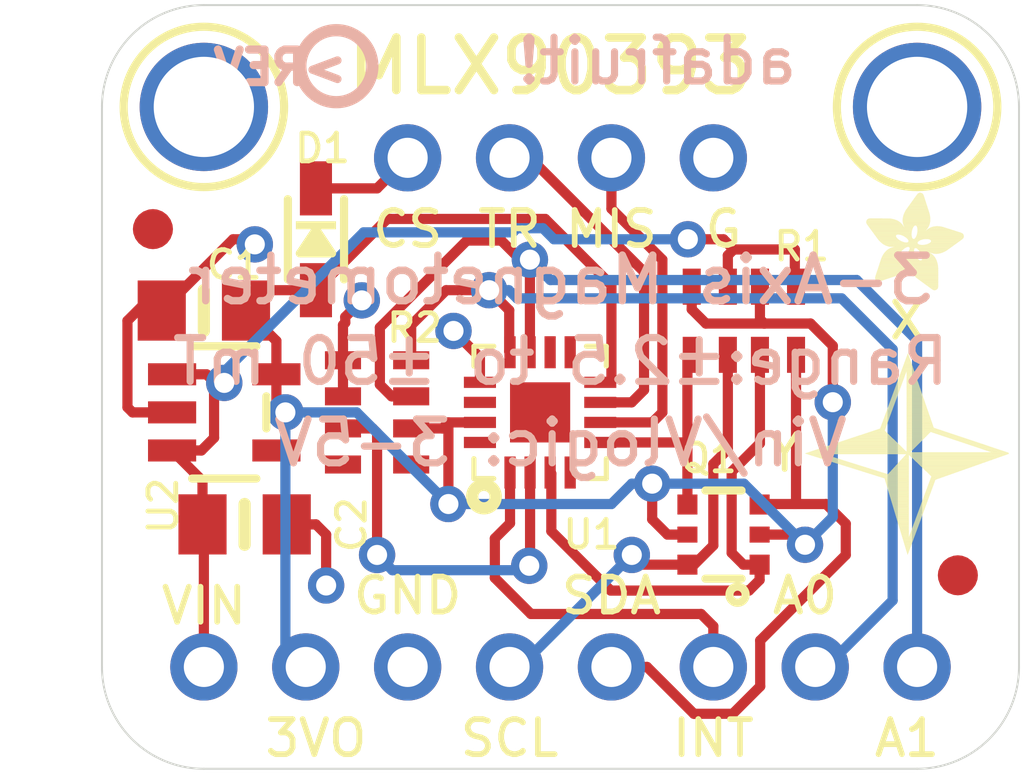
<source format=kicad_pcb>
(kicad_pcb (version 20211014) (generator pcbnew)
  (layers (0 "F.Cu" signal) (31 "B.Cu" signal) (34 "B.Paste" user) (35 "F.Paste" user) (36 "B.SilkS" user "B.Silkscreen") (37 "F.SilkS" user "F.Silkscreen") (38 "B.Mask" user) (39 "F.Mask" user) (44 "Edge.Cuts" user))
  (net 0 "")
  (net 1 "A0_3V")
  (net 2 "A1_3V")
  (net 3 "GND")
  (net 4 "3.3V")
  (net 5 "SENB_3V")
  (net 6 "MISO_3V")
  (net 7 "SDA_3V")
  (net 8 "SCL_3V")
  (net 9 "INT_3V")
  (net 10 "INT/TRIG_3V")
  (net 11 "VIN")
  (net 12 "SDA")
  (net 13 "SCL")
  (net 14 "SENB")
  (footprint "boardEagle:RESPACK_4X0603_NO" (layer "F.Cu") (at 153.0731 103.3526)
    (fp_text reference "R1" (at 0.686 -1.854) (layer "F.SilkS") (effects (font (size 0.692831 0.692831) (thickness 0.119969)) (justify left)))
    (fp_text value "10K")
    (pad "1" smd rect (at -1.3 0.85) (size 0.45 0.9) (layers "F.Cu" "F.Paste" "F.Mask") (net 7 "SDA_3V"))
    (pad "2" smd rect (at -0.4 0.85) (size 0.45 0.9) (layers "F.Cu" "F.Paste" "F.Mask") (net 13 "SCL"))
    (pad "3" smd rect (at 0.4 0.85) (size 0.45 0.9) (layers "F.Cu" "F.Paste" "F.Mask") (net 8 "SCL_3V"))
    (pad "4" smd rect (at 1.3 0.85) (size 0.45 0.9) (layers "F.Cu" "F.Paste" "F.Mask") (net 12 "SDA"))
    (pad "5" smd rect (at 1.3 -0.85) (size 0.45 0.9) (layers "F.Cu" "F.Paste" "F.Mask") (net 11 "VIN"))
    (pad "6" smd rect (at 0.4 -0.85) (size 0.45 0.9) (layers "F.Cu" "F.Paste" "F.Mask") (net 4 "3.3V"))
    (pad "7" smd rect (at -0.4 -0.85) (size 0.45 0.9) (layers "F.Cu" "F.Paste" "F.Mask") (net 11 "VIN"))
    (pad "8" smd rect (at -1.3 -0.85) (size 0.45 0.9) (layers "F.Cu" "F.Paste" "F.Mask") (net 4 "3.3V"))
  )
  (footprint "boardEagle:RESPACK_4X0603_NO" (layer "F.Cu") (at 143.9291 105.6386 -90)
    (fp_text reference "R2" (at -2.108 -0.178) (layer "F.SilkS") (effects (font (size 0.692831 0.692831) (thickness 0.119969)) (justify left)))
    (fp_text value "10K")
    (pad "1" smd rect (at -1.3 0.85 270) (size 0.45 0.9) (layers "F.Cu" "F.Paste" "F.Mask") (net 3 "GND"))
    (pad "2" smd rect (at -0.4 0.85 270) (size 0.45 0.9) (layers "F.Cu" "F.Paste" "F.Mask") (net 3 "GND"))
    (pad "3" smd rect (at 0.4 0.85 270) (size 0.45 0.9) (layers "F.Cu" "F.Paste" "F.Mask") (net 5 "SENB_3V"))
    (pad "4" smd rect (at 1.3 0.85 270) (size 0.45 0.9) (layers "F.Cu" "F.Paste" "F.Mask"))
    (pad "5" smd rect (at 1.3 -0.85 270) (size 0.45 0.9) (layers "F.Cu" "F.Paste" "F.Mask"))
    (pad "6" smd rect (at 0.4 -0.85 270) (size 0.45 0.9) (layers "F.Cu" "F.Paste" "F.Mask") (net 4 "3.3V"))
    (pad "7" smd rect (at -0.4 -0.85 270) (size 0.45 0.9) (layers "F.Cu" "F.Paste" "F.Mask") (net 2 "A1_3V"))
    (pad "8" smd rect (at -1.3 -0.85 270) (size 0.45 0.9) (layers "F.Cu" "F.Paste" "F.Mask") (net 1 "A0_3V"))
  )
  (footprint "boardEagle:MOUNTINGHOLE_2.5_PLATED" (layer "F.Cu") (at 139.6111 98.0186)
    (fp_text reference "U$19" hide)
    (fp_text value "MOUNTINGHOLE2.5" hide)
    (pad "P$1" thru_hole circle (at 0 0) (size 3.2 3.2) (drill 2.5) (layers *.Cu *.Mask))
  )
  (footprint "boardEagle:ADAFRUIT_2.5MM" (layer "F.Cu") (at 156.1211 102.5906)
    (fp_text reference "U$21" hide)
    (fp_text value "" hide)
  )
  (footprint "boardEagle:QFN16_3MM" (layer "F.Cu") (at 147.9931 105.6386 90)
    (fp_text reference "U1" (at -3.048 0.508) (layer "F.SilkS") (effects (font (size 0.692831 0.692831) (thickness 0.119969)) (justify left)))
    (fp_text value "MLX90393")
    (pad "1" smd rect (at -1.5 -0.75 90) (size 0.8 0.28) (layers "F.Cu" "F.Paste") (net 9 "INT_3V"))
    (pad "2" smd rect (at -1.5 -0.25 90) (size 0.8 0.28) (layers "F.Cu" "F.Paste") (net 5 "SENB_3V"))
    (pad "3" smd rect (at -1.5 0.25 90) (size 0.8 0.28) (layers "F.Cu" "F.Paste") (net 8 "SCL_3V"))
    (pad "4" smd rect (at -1.5 0.75 90) (size 0.8 0.28) (layers "F.Cu" "F.Paste"))
    (pad "5" smd rect (at -0.75 1.5 180) (size 0.8 0.28) (layers "F.Cu" "F.Paste") (net 7 "SDA_3V"))
    (pad "6" smd rect (at -0.25 1.5 180) (size 0.8 0.28) (layers "F.Cu" "F.Paste") (net 6 "MISO_3V"))
    (pad "7" smd rect (at 0.25 1.5 180) (size 0.8 0.28) (layers "F.Cu" "F.Paste") (net 10 "INT/TRIG_3V"))
    (pad "8" smd rect (at 0.75 1.5 180) (size 0.8 0.28) (layers "F.Cu" "F.Paste") (net 4 "3.3V"))
    (pad "9" smd rect (at 1.5 0.75 270) (size 0.8 0.28) (layers "F.Cu" "F.Paste"))
    (pad "10" smd rect (at 1.5 0.25 270) (size 0.8 0.28) (layers "F.Cu" "F.Paste"))
    (pad "11" smd rect (at 1.5 -0.25 270) (size 0.8 0.28) (layers "F.Cu" "F.Paste") (net 2 "A1_3V"))
    (pad "12" smd rect (at 1.5 -0.75 270) (size 0.8 0.28) (layers "F.Cu" "F.Paste") (net 1 "A0_3V"))
    (pad "13" smd rect (at 0.75 -1.5) (size 0.8 0.28) (layers "F.Cu" "F.Paste") (net 3 "GND"))
    (pad "14" smd rect (at 0.25 -1.5) (size 0.8 0.28) (layers "F.Cu" "F.Paste"))
    (pad "15" smd rect (at -0.25 -1.5) (size 0.8 0.28) (layers "F.Cu" "F.Paste") (net 4 "3.3V"))
    (pad "16" smd rect (at -0.75 -1.5) (size 0.8 0.28) (layers "F.Cu" "F.Paste"))
    (pad "THERMAL" smd rect (at 0 0 90) (size 1.5 1.5) (layers "F.Cu" "F.Mask"))
  )
  (footprint "boardEagle:0805_10MGAP" (layer "F.Cu") (at 139.6111 103.0986 180)
    (fp_text reference "C1" (at 0 1.143) (layer "F.SilkS") (effects (font (size 0.692831 0.692831) (thickness 0.119969)) (justify left)))
    (fp_text value "10uf")
    (pad "1" smd rect (at -1.05 0 180) (size 1.2 1.5) (layers "F.Cu" "F.Paste" "F.Mask") (net 4 "3.3V"))
    (pad "2" smd rect (at 1.05 0 180) (size 1.2 1.5) (layers "F.Cu" "F.Paste" "F.Mask") (net 3 "GND"))
  )
  (footprint "boardEagle:1X08_ROUND" (layer "F.Cu") (at 148.5011 111.9886)
    (fp_text reference "JP3" hide)
    (fp_text value "H8" hide)
    (pad "1" thru_hole circle (at -8.89 0 90) (size 1.6764 1.6764) (drill 1) (layers *.Cu *.Mask) (net 11 "VIN"))
    (pad "2" thru_hole circle (at -6.35 0 90) (size 1.6764 1.6764) (drill 1) (layers *.Cu *.Mask) (net 4 "3.3V"))
    (pad "3" thru_hole circle (at -3.81 0 90) (size 1.6764 1.6764) (drill 1) (layers *.Cu *.Mask) (net 3 "GND"))
    (pad "4" thru_hole circle (at -1.27 0 90) (size 1.6764 1.6764) (drill 1) (layers *.Cu *.Mask) (net 13 "SCL"))
    (pad "5" thru_hole circle (at 1.27 0 90) (size 1.6764 1.6764) (drill 1) (layers *.Cu *.Mask) (net 12 "SDA"))
    (pad "6" thru_hole circle (at 3.81 0 90) (size 1.6764 1.6764) (drill 1) (layers *.Cu *.Mask) (net 9 "INT_3V"))
    (pad "7" thru_hole circle (at 6.35 0 90) (size 1.6764 1.6764) (drill 1) (layers *.Cu *.Mask) (net 1 "A0_3V"))
    (pad "8" thru_hole circle (at 8.89 0 90) (size 1.6764 1.6764) (drill 1) (layers *.Cu *.Mask) (net 2 "A1_3V"))
  )
  (footprint "boardEagle:FIDUCIAL_1MM" (layer "F.Cu") (at 158.4071 109.7026)
    (fp_text reference "FID3" hide)
    (fp_text value "FIDUCIAL_1MM" hide)
    (pad "1" smd roundrect (at 0 0) (size 1 1) (layers "F.Cu" "F.Mask") (roundrect_rratio 0.5))
  )
  (footprint "boardEagle:0805_10MGAP" (layer "F.Cu") (at 140.6271 108.4326)
    (fp_text reference "C2" (at 2.667 0.762 90) (layer "F.SilkS") (effects (font (size 0.692831 0.692831) (thickness 0.119969)) (justify left)))
    (fp_text value "10uF")
    (pad "1" smd rect (at -1.05 0) (size 1.2 1.5) (layers "F.Cu" "F.Paste" "F.Mask") (net 11 "VIN"))
    (pad "2" smd rect (at 1.05 0) (size 1.2 1.5) (layers "F.Cu" "F.Paste" "F.Mask") (net 3 "GND"))
  )
  (footprint "boardEagle:SOT23-5" (layer "F.Cu") (at 140.1191 105.6386 -90)
    (fp_text reference "U2" (at 3.102 1.524 90) (layer "F.SilkS") (effects (font (size 0.692831 0.692831) (thickness 0.119969)) (justify left)))
    (fp_text value "AP2112K-3.3")
    (pad "1" smd rect (at -0.95 1.3001 270) (size 0.55 1.2) (layers "F.Cu" "F.Paste" "F.Mask") (net 11 "VIN"))
    (pad "2" smd rect (at 0 1.3001 270) (size 0.55 1.2) (layers "F.Cu" "F.Paste" "F.Mask") (net 3 "GND"))
    (pad "3" smd rect (at 0.95 1.3001 270) (size 0.55 1.2) (layers "F.Cu" "F.Paste" "F.Mask") (net 11 "VIN"))
    (pad "4" smd rect (at 0.95 -1.3001 270) (size 0.55 1.2) (layers "F.Cu" "F.Paste" "F.Mask"))
    (pad "5" smd rect (at -0.95 -1.3001 270) (size 0.55 1.2) (layers "F.Cu" "F.Paste" "F.Mask") (net 4 "3.3V"))
  )
  (footprint "boardEagle:SOD-323" (layer "F.Cu") (at 142.4051 101.3206 -90)
    (fp_text reference "D1" (at -2.27 0.592) (layer "F.SilkS") (effects (font (size 0.692831 0.692831) (thickness 0.119969)) (justify left)))
    (fp_text value "1N4148")
    (pad "A" smd rect (at 1.27 0 270) (size 1.35 0.8) (layers "F.Cu" "F.Paste" "F.Mask") (net 4 "3.3V"))
    (pad "C" smd rect (at -1.27 0 270) (size 1.35 0.8) (layers "F.Cu" "F.Paste" "F.Mask") (net 14 "SENB"))
  )
  (footprint "boardEagle:SYMBOL_COMPASSXY_5MM" (layer "F.Cu") (at 154.5971 109.1946)
    (fp_text reference "U$3" hide)
    (fp_text value "" hide)
  )
  (footprint "boardEagle:SOT363" (layer "F.Cu") (at 152.5651 108.6866 90)
    (fp_text reference "Q1" (at 1.905 -1.143) (layer "F.SilkS") (effects (font (size 0.692831 0.692831) (thickness 0.119969)) (justify left)))
    (fp_text value "BSS138")
    (pad "1" smd rect (at -0.75 0.9 90) (size 0.5 0.5) (layers "F.Cu" "F.Paste" "F.Mask") (net 8 "SCL_3V"))
    (pad "2" smd rect (at 0 0.9 90) (size 0.4 0.5) (layers "F.Cu" "F.Paste" "F.Mask") (net 4 "3.3V"))
    (pad "3" smd rect (at 0.75 0.9 90) (size 0.5 0.5) (layers "F.Cu" "F.Paste" "F.Mask") (net 12 "SDA"))
    (pad "4" smd rect (at 0.75 -0.9 90) (size 0.5 0.5) (layers "F.Cu" "F.Paste" "F.Mask") (net 7 "SDA_3V"))
    (pad "5" smd rect (at 0 -0.9 90) (size 0.4 0.5) (layers "F.Cu" "F.Paste" "F.Mask") (net 4 "3.3V"))
    (pad "6" smd rect (at -0.75 -0.9 90) (size 0.5 0.5) (layers "F.Cu" "F.Paste" "F.Mask") (net 13 "SCL"))
  )
  (footprint "boardEagle:1X04_ROUND" (layer "F.Cu") (at 148.5011 99.2886)
    (fp_text reference "JP2" hide)
    (fp_text value "H3" hide)
    (pad "1" thru_hole circle (at -3.81 0 90) (size 1.6764 1.6764) (drill 1) (layers *.Cu *.Mask) (net 14 "SENB"))
    (pad "2" thru_hole circle (at -1.27 0 90) (size 1.6764 1.6764) (drill 1) (layers *.Cu *.Mask) (net 10 "INT/TRIG_3V"))
    (pad "3" thru_hole circle (at 1.27 0 90) (size 1.6764 1.6764) (drill 1) (layers *.Cu *.Mask) (net 6 "MISO_3V"))
    (pad "4" thru_hole circle (at 3.81 0 90) (size 1.6764 1.6764) (drill 1) (layers *.Cu *.Mask) (net 3 "GND"))
  )
  (footprint "boardEagle:MOUNTINGHOLE_2.5_PLATED" (layer "F.Cu") (at 157.3911 98.0186)
    (fp_text reference "U$23" hide)
    (fp_text value "MOUNTINGHOLE2.5" hide)
    (pad "P$1" thru_hole circle (at 0 0) (size 3.2 3.2) (drill 2.5) (layers *.Cu *.Mask))
  )
  (footprint "boardEagle:FIDUCIAL_1MM" (layer "F.Cu") (at 138.3411 101.0666)
    (fp_text reference "FID1" hide)
    (fp_text value "FIDUCIAL_1MM" hide)
    (pad "1" smd roundrect (at 0 0) (size 1 1) (layers "F.Cu" "F.Mask") (roundrect_rratio 0.5))
  )
  (footprint "boardEagle:PCBFEAT-REV-040" (layer "B.Cu") (at 142.9131 97.0026 180)
    (fp_text reference "U$18" hide)
    (fp_text value "" hide)
    (fp_text user ">REV" (at -0.3556 -0.508) (layer "B.SilkS") (effects (font (size 0.8128 0.8128) (thickness 0.2032)) (justify left bottom mirror)))
  )
  (gr_line (start 159.9311 98.0186) (end 159.9311 111.9886) (layer "Edge.Cuts") (width 0.05))
  (gr_arc (start 137.0711 98.0186) (mid 137.815049 96.222549) (end 139.6111 95.4786) (layer "Edge.Cuts") (width 0.05))
  (gr_line (start 139.6111 95.4786) (end 157.3911 95.4786) (layer "Edge.Cuts") (width 0.05))
  (gr_arc (start 157.3911 95.4786) (mid 159.187151 96.222549) (end 159.9311 98.0186) (layer "Edge.Cuts") (width 0.05))
  (gr_arc (start 159.9311 111.9886) (mid 159.187151 113.784651) (end 157.3911 114.5286) (layer "Edge.Cuts") (width 0.05))
  (gr_line (start 157.3911 114.5286) (end 139.6111 114.5286) (layer "Edge.Cuts") (width 0.05))
  (gr_line (start 137.0711 111.9886) (end 137.0711 98.0186) (layer "Edge.Cuts") (width 0.05))
  (gr_arc (start 139.6111 114.5286) (mid 137.815049 113.784651) (end 137.0711 111.9886) (layer "Edge.Cuts") (width 0.05))
  (gr_text "Range:±2.5 to ±50 mT" (at 148.5011 104.3686) (layer "B.SilkS") (effects (font (size 1.0922 1.0922) (thickness 0.1778)) (justify mirror)))
  (gr_text "3-Axis Magnetometer" (at 148.5011 102.3366) (layer "B.SilkS") (effects (font (size 1.135888 1.135888) (thickness 0.184912)) (justify mirror)))
  (gr_text "adafruit!" (at 150.9141 96.8756) (layer "B.SilkS") (effects (font (size 1.0922 1.0922) (thickness 0.1778)) (justify mirror)))
  (gr_text "Vin/Vlogic: 3-5V" (at 148.5011 106.4006) (layer "B.SilkS") (effects (font (size 1.0922 1.0922) (thickness 0.1778)) (justify mirror)))
  (gr_text "Y" (at 154.0891 106.6546) (layer "F.SilkS") (effects (font (size 0.87376 0.87376) (thickness 0.14224))))
  (gr_text "VIN" (at 139.6111 110.4646) (layer "F.SilkS") (effects (font (size 0.87376 0.87376) (thickness 0.14224))))
  (gr_text "A1" (at 157.1371 113.7666) (layer "F.SilkS") (effects (font (size 0.87376 0.87376) (thickness 0.14224))))
  (gr_text "SCL" (at 147.2311 113.7666) (layer "F.SilkS") (effects (font (size 0.87376 0.87376) (thickness 0.14224))))
  (gr_text "3VO" (at 142.4051 113.7666) (layer "F.SilkS") (effects (font (size 0.87376 0.87376) (thickness 0.14224))))
  (gr_text "TR" (at 147.2311 101.0666) (layer "F.SilkS") (effects (font (size 0.87376 0.87376) (thickness 0.14224))))
  (gr_text "G" (at 152.5651 101.0666) (layer "F.SilkS") (effects (font (size 0.87376 0.87376) (thickness 0.14224))))
  (gr_text "GND" (at 144.6911 110.2106) (layer "F.SilkS") (effects (font (size 0.87376 0.87376) (thickness 0.14224))))
  (gr_text "MIS" (at 149.7711 101.0666) (layer "F.SilkS") (effects (font (size 0.87376 0.87376) (thickness 0.14224))))
  (gr_text "INT" (at 152.3111 113.7666) (layer "F.SilkS") (effects (font (size 0.87376 0.87376) (thickness 0.14224))))
  (gr_text "MLX90393" (at 148.2471 97.0026) (layer "F.SilkS") (effects (font (size 1.31064 1.31064) (thickness 0.21336))))
  (gr_text "SDA" (at 149.7711 110.2106) (layer "F.SilkS") (effects (font (size 0.87376 0.87376) (thickness 0.14224))))
  (gr_text "X" (at 157.1371 103.3526) (layer "F.SilkS") (effects (font (size 0.87376 0.87376) (thickness 0.14224))))
  (gr_text "CS" (at 144.6911 101.0666) (layer "F.SilkS") (effects (font (size 0.87376 0.87376) (thickness 0.14224))))
  (gr_text "A0" (at 154.5971 110.2106) (layer "F.SilkS") (effects (font (size 0.87376 0.87376) (thickness 0.14224))))
  (segment (start 146.7231 102.5906) (end 145.650706 102.5906) (width 0.254) (layer "F.Cu") (net 1))
  (segment (start 145.650706 102.5906) (end 144.7791 103.462207) (width 0.254) (layer "F.Cu") (net 1))
  (segment (start 147.222734 103.090235) (end 147.222734 104.118235) (width 0.254) (layer "F.Cu") (net 1))
  (segment (start 147.222734 103.090235) (end 146.7231 102.5906) (width 0.254) (layer "F.Cu") (net 1))
  (segment (start 147.2431 104.1386) (end 147.222734 104.118235) (width 0.254) (layer "F.Cu") (net 1))
  (segment (start 144.7791 104.3386) (end 144.7791 103.462207) (width 0.254) (layer "F.Cu") (net 1))
  (via (at 146.7231 102.5906) (size 0.9064) (drill 0.5) (layers "F.Cu" "B.Cu") (net 1))
  (segment (start 156.7815 110.328932) (end 155.121831 111.9886) (width 0.254) (layer "B.Cu") (net 1))
  (segment (start 147.417568 102.7938) (end 147.214368 102.5906) (width 0.254) (layer "B.Cu") (net 1))
  (segment (start 154.8511 111.9886) (end 155.121831 111.9886) (width 0.254) (layer "B.Cu") (net 1))
  (segment (start 147.214368 102.5906) (end 146.7231 102.5906) (width 0.254) (layer "B.Cu") (net 1))
  (segment (start 155.509181 102.7938) (end 147.417568 102.7938) (width 0.254) (layer "B.Cu") (net 1))
  (segment (start 156.7815 104.066119) (end 155.509181 102.7938) (width 0.254) (layer "B.Cu") (net 1))
  (segment (start 156.7815 104.066119) (end 156.7815 110.328932) (width 0.254) (layer "B.Cu") (net 1))
  (segment (start 147.7391 101.8286) (end 147.501831 101.8286) (width 0.254) (layer "F.Cu") (net 2))
  (segment (start 146.166618 101.35235) (end 143.9989 103.520069) (width 0.254) (layer "F.Cu") (net 2))
  (segment (start 144.2911 105.2386) (end 143.9989 104.9464) (width 0.254) (layer "F.Cu") (net 2))
  (segment (start 147.7391 104.1346) (end 147.7431 104.1386) (width 0.254) (layer "F.Cu") (net 2))
  (segment (start 144.7791 105.2386) (end 144.2911 105.2386) (width 0.254) (layer "F.Cu") (net 2))
  (segment (start 143.9989 103.520069) (end 143.9989 104.9464) (width 0.254) (layer "F.Cu") (net 2))
  (segment (start 147.7391 101.8286) (end 147.7391 104.1346) (width 0.254) (layer "F.Cu") (net 2))
  (segment (start 147.025581 101.35235) (end 146.166618 101.35235) (width 0.254) (layer "F.Cu") (net 2))
  (segment (start 147.501831 101.8286) (end 147.025581 101.35235) (width 0.254) (layer "F.Cu") (net 2))
  (via (at 147.7391 101.8286) (size 0.9064) (drill 0.5) (layers "F.Cu" "B.Cu") (net 2))
  (segment (start 155.883831 102.3366) (end 148.2471 102.3366) (width 0.254) (layer "B.Cu") (net 2))
  (segment (start 157.3911 103.843869) (end 155.883831 102.3366) (width 0.254) (layer "B.Cu") (net 2))
  (segment (start 157.3911 111.9886) (end 157.3911 103.843869) (width 0.254) (layer "B.Cu") (net 2))
  (segment (start 148.2471 102.3366) (end 147.7391 101.8286) (width 0.254) (layer "B.Cu") (net 2))
  (segment (start 137.7061 105.5116) (end 137.7061 103.3526) (width 0.254) (layer "F.Cu") (net 3))
  (segment (start 143.0791 104.3386) (end 143.0791 103.458575) (width 0.254) (layer "F.Cu") (net 3))
  (segment (start 146.4931 104.2656) (end 145.8341 103.6066) (width 0.254) (layer "F.Cu") (net 3))
  (segment (start 137.7061 103.3526) (end 138.0871 102.9716) (width 0.254) (layer "F.Cu") (net 3))
  (segment (start 140.8811 101.3206) (end 140.8811 101.4476) (width 0.254) (layer "F.Cu") (net 3))
  (segment (start 138.2141 103.0986) (end 138.5611 103.0986) (width 0.254) (layer "F.Cu") (net 3))
  (segment (start 138.0871 102.9716) (end 138.2141 103.0986) (width 0.254) (layer "F.Cu") (net 3))
  (segment (start 143.1353 103.402375) (end 143.1353 103.2574) (width 0.254) (layer "F.Cu") (net 3))
  (segment (start 138.5611 103.3186) (end 138.5611 103.0986) (width 0.254) (layer "F.Cu") (net 3))
  (segment (start 137.8331 105.6386) (end 137.7061 105.5116) (width 0.254) (layer "F.Cu") (net 3))
  (segment (start 143.5481 102.8446) (end 143.1353 103.2574) (width 0.254) (layer "F.Cu") (net 3))
  (segment (start 146.4931 104.2656) (end 146.4931 104.8886) (width 0.254) (layer "F.Cu") (net 3))
  (segment (start 142.4051 108.4326) (end 141.6771 108.4326) (width 0.254) (layer "F.Cu") (net 3))
  (segment (start 140.8811 101.3206) (end 140.3391 101.3206) (width 0.254) (layer "F.Cu") (net 3))
  (segment (start 143.0791 103.458575) (end 143.1353 103.402375) (width 0.254) (layer "F.Cu") (net 3))
  (segment (start 143.0791 105.2386) (end 143.0791 104.3386) (width 0.254) (layer "F.Cu") (net 3))
  (segment (start 140.3391 101.3206) (end 138.5611 103.0986) (width 0.254) (layer "F.Cu") (net 3))
  (segment (start 138.819 105.6386) (end 137.8331 105.6386) (width 0.254) (layer "F.Cu") (net 3))
  (segment (start 142.6591 109.9566) (end 142.6591 108.6866) (width 0.254) (layer "F.Cu") (net 3))
  (segment (start 142.6591 108.6866) (end 142.4051 108.4326) (width 0.254) (layer "F.Cu") (net 3))
  (via (at 145.8341 103.6066) (size 0.9064) (drill 0.5) (layers "F.Cu" "B.Cu") (net 3))
  (via (at 140.8811 101.4476) (size 0.9064) (drill 0.5) (layers "F.Cu" "B.Cu") (net 3))
  (via (at 143.5481 102.8446) (size 0.9064) (drill 0.5) (layers "F.Cu" "B.Cu") (net 3))
  (via (at 142.6591 109.9566) (size 0.9064) (drill 0.5) (layers "F.Cu" "B.Cu") (net 3))
  (segment (start 149.4931 104.8886) (end 149.7471 104.8886) (width 0.254) (layer "F.Cu") (net 4))
  (segment (start 154.4811 108.9406) (end 154.2271 108.6866) (width 0.254) (layer "F.Cu") (net 4))
  (segment (start 154.734875 103.4224) (end 153.5811 103.4224) (width 0.254) (layer "F.Cu") (net 4))
  (segment (start 145.7111 105.8886) (end 146.4931 105.8886) (width 0.254) (layer "F.Cu") (net 4))
  (segment (start 145.7071 107.9246) (end 145.7071 105.8926) (width 0.254) (layer "F.Cu") (net 4))
  (segment (start 141.4192 103.8567) (end 140.6611 103.0986) (width 0.254) (layer "F.Cu") (net 4))
  (segment (start 152.1269 103.4224) (end 151.7731 103.0686) (width 0.254) (layer "F.Cu") (net 4))
  (segment (start 151.6651 108.6866) (end 151.1681 108.6866) (width 0.254) (layer "F.Cu") (net 4))
  (segment (start 153.5811 103.4224) (end 152.1269 103.4224) (width 0.254) (layer "F.Cu") (net 4))
  (segment (start 149.7711 104.8646) (end 149.7471 104.8886) (width 0.254) (layer "F.Cu") (net 4))
  (segment (start 144.7791 106.0386) (end 145.5611 106.0386) (width 0.254) (layer "F.Cu") (net 4))
  (segment (start 149.7711 104.8646) (end 149.7711 102.4636) (width 0.254) (layer "F.Cu") (net 4))
  (segment (start 141.6431 105.6386) (end 141.4192 105.4147) (width 0.254) (layer "F.Cu") (net 4))
  (segment (start 142.4051 102.5906) (end 141.1691 102.5906) (width 0.254) (layer "F.Cu") (net 4))
  (segment (start 151.7731 103.0686) (end 151.7731 102.5026) (width 0.254) (layer "F.Cu") (net 4))
  (segment (start 145.7071 105.8926) (end 145.7111 105.8886) (width 0.254) (layer "F.Cu") (net 4))
  (segment (start 144.1831 100.8126) (end 142.4051 102.5906) (width 0.254) (layer "F.Cu") (net 4))
  (segment (start 153.4731 102.5026) (end 153.4731 103.3144) (width 0.254) (layer "F.Cu") (net 4))
  (segment (start 141.4192 105.4147) (end 141.4192 104.6886) (width 0.254) (layer "F.Cu") (net 4))
  (segment (start 145.5611 106.0386) (end 145.7071 105.8926) (width 0.254) (layer "F.Cu") (net 4))
  (segment (start 149.7711 102.4636) (end 148.1201 100.8126) (width 0.254) (layer "F.Cu") (net 4))
  (segment (start 153.4731 103.3144) (end 153.5811 103.4224) (width 0.254) (layer "F.Cu") (net 4))
  (segment (start 154.5971 108.9406) (end 154.4811 108.9406) (width 0.254) (layer "F.Cu") (net 4))
  (segment (start 141.1691 102.5906) (end 140.6611 103.0986) (width 0.254) (layer "F.Cu") (net 4))
  (segment (start 150.7871 107.4166) (end 150.7871 108.3056) (width 0.254) (layer "F.Cu") (net 4))
  (segment (start 151.1681 108.6866) (end 150.7871 108.3056) (width 0.254) (layer "F.Cu") (net 4))
  (segment (start 155.28925 103.976775) (end 155.28925 105.3846) (width 0.254) (layer "F.Cu") (net 4))
  (segment (start 141.4192 104.6886) (end 141.4192 103.8567) (width 0.254) (layer "F.Cu") (net 4))
  (segment (start 148.1201 100.8126) (end 144.1831 100.8126) (width 0.254) (layer "F.Cu") (net 4))
  (segment (start 155.28925 103.976775) (end 154.734875 103.4224) (width 0.254) (layer "F.Cu") (net 4))
  (segment (start 153.4651 108.6866) (end 154.2271 108.6866) (width 0.254) (layer "F.Cu") (net 4))
  (via (at 145.7071 107.9246) (size 0.9064) (drill 0.5) (layers "F.Cu" "B.Cu") (net 4))
  (via (at 155.28925 105.3846) (size 0.9064) (drill 0.5) (layers "F.Cu" "B.Cu") (net 4))
  (via (at 141.6431 105.6386) (size 0.9064) (drill 0.5) (layers "F.Cu" "B.Cu") (net 4))
  (via (at 150.7871 107.4166) (size 0.9064) (drill 0.5) (layers "F.Cu" "B.Cu") (net 4))
  (via (at 154.5971 108.9406) (size 0.9064) (drill 0.5) (layers "F.Cu" "B.Cu") (net 4))
  (segment (start 155.28925 105.3846) (end 155.28925 108.24845) (width 0.254) (layer "B.Cu") (net 4))
  (segment (start 153.0731 107.4166) (end 150.7871 107.4166) (width 0.254) (layer "B.Cu") (net 4))
  (segment (start 150.7871 107.4166) (end 150.2791 107.4166) (width 0.254) (layer "B.Cu") (net 4))
  (segment (start 141.6431 105.6386) (end 143.4211 105.6386) (width 0.254) (layer "B.Cu") (net 4))
  (segment (start 143.4211 105.6386) (end 145.7071 107.9246) (width 0.254) (layer "B.Cu") (net 4))
  (segment (start 141.6431 105.6386) (end 141.6431 111.4806) (width 0.254) (layer "B.Cu") (net 4))
  (segment (start 150.2791 107.4166) (end 149.7711 107.9246) (width 0.254) (layer "B.Cu") (net 4))
  (segment (start 149.7711 107.9246) (end 145.7071 107.9246) (width 0.254) (layer "B.Cu") (net 4))
  (segment (start 141.6431 111.4806) (end 142.1511 111.9886) (width 0.254) (layer "B.Cu") (net 4))
  (segment (start 154.5971 108.9406) (end 153.0731 107.4166) (width 0.254) (layer "B.Cu") (net 4))
  (segment (start 155.28925 108.24845) (end 154.5971 108.9406) (width 0.254) (layer "B.Cu") (net 4))
  (segment (start 143.0791 106.0386) (end 143.8211 106.0386) (width 0.254) (layer "F.Cu") (net 5))
  (segment (start 143.9291 106.1466) (end 143.9291 109.1946) (width 0.254) (layer "F.Cu") (net 5))
  (segment (start 143.8211 106.0386) (end 143.9291 106.1466) (width 0.254) (layer "F.Cu") (net 5))
  (segment (start 147.7431 109.4446) (end 147.722368 109.465332) (width 0.254) (layer "F.Cu") (net 5))
  (segment (start 147.7431 107.1386) (end 147.7431 109.4446) (width 0.254) (layer "F.Cu") (net 5))
  (via (at 143.9291 109.1946) (size 0.9064) (drill 0.5) (layers "F.Cu" "B.Cu") (net 5))
  (via (at 147.722368 109.465332) (size 0.9064) (drill 0.5) (layers "F.Cu" "B.Cu") (net 5))
  (segment (start 143.9291 109.1946) (end 144.3101 109.5756) (width 0.254) (layer "B.Cu") (net 5))
  (segment (start 147.6121 109.5756) (end 144.3101 109.5756) (width 0.254) (layer "B.Cu") (net 5))
  (segment (start 147.722368 109.465332) (end 147.6121 109.5756) (width 0.254) (layer "B.Cu") (net 5))
  (segment (start 149.4931 105.8886) (end 150.7911 105.8886) (width 0.254) (layer "F.Cu") (net 6))
  (segment (start 149.7711 100.5586) (end 149.7711 99.2886) (width 0.254) (layer "F.Cu") (net 6))
  (segment (start 151.0411 101.8286) (end 149.7711 100.5586) (width 0.254) (layer "F.Cu") (net 6))
  (segment (start 150.7911 105.8886) (end 151.0411 105.6386) (width 0.254) (layer "F.Cu") (net 6))
  (segment (start 151.0411 105.6386) (end 151.0411 101.8286) (width 0.254) (layer "F.Cu") (net 6))
  (segment (start 151.6651 106.3886) (end 149.4931 106.3886) (width 0.254) (layer "F.Cu") (net 7))
  (segment (start 151.6651 107.9366) (end 151.6651 106.3886) (width 0.254) (layer "F.Cu") (net 7))
  (segment (start 151.6651 104.3106) (end 151.7731 104.2026) (width 0.254) (layer "F.Cu") (net 7))
  (segment (start 151.6651 106.3886) (end 151.6651 104.3106) (width 0.254) (layer "F.Cu") (net 7))
  (segment (start 153.4731 106.409913) (end 152.7683 107.114713) (width 0.254) (layer "F.Cu") (net 8))
  (segment (start 153.4651 109.8186) (end 153.2001 110.0836) (width 0.254) (layer "F.Cu") (net 8))
  (segment (start 153.4731 104.2026) (end 153.4731 106.409913) (width 0.254) (layer "F.Cu") (net 8))
  (segment (start 149.754368 110.0836) (end 148.2729 108.602132) (width 0.254) (layer "F.Cu") (net 8))
  (segment (start 153.4651 109.4366) (end 153.0611 109.4366) (width 0.254) (layer "F.Cu") (net 8))
  (segment (start 152.7683 107.114713) (end 152.7683 109.1438) (width 0.254) (layer "F.Cu") (net 8))
  (segment (start 153.0611 109.4366) (end 152.7683 109.1438) (width 0.254) (layer "F.Cu") (net 8))
  (segment (start 148.2431 107.1386) (end 148.2729 107.1684) (width 0.254) (layer "F.Cu") (net 8))
  (segment (start 148.2729 107.1684) (end 148.2729 108.602132) (width 0.254) (layer "F.Cu") (net 8))
  (segment (start 153.4651 109.4366) (end 153.4651 109.8186) (width 0.254) (layer "F.Cu") (net 8))
  (segment (start 153.2001 110.0836) (end 149.754368 110.0836) (width 0.254) (layer "F.Cu") (net 8))
  (segment (start 147.2431 108.403869) (end 146.865118 108.78185) (width 0.254) (layer "F.Cu") (net 9))
  (segment (start 147.765106 110.6678) (end 152.0063 110.6678) (width 0.254) (layer "F.Cu") (net 9))
  (segment (start 152.0063 110.6678) (end 152.3111 110.9726) (width 0.254) (layer "F.Cu") (net 9))
  (segment (start 147.2431 107.1386) (end 147.2431 108.403869) (width 0.254) (layer "F.Cu") (net 9))
  (segment (start 146.865118 108.78185) (end 146.865118 109.767813) (width 0.254) (layer "F.Cu") (net 9))
  (segment (start 147.765106 110.6678) (end 146.865118 109.767813) (width 0.254) (layer "F.Cu") (net 9))
  (segment (start 152.3111 110.9726) (end 152.3111 111.9886) (width 0.254) (layer "F.Cu") (net 9))
  (segment (start 147.7391 99.2886) (end 147.2311 99.2886) (width 0.254) (layer "F.Cu") (net 10))
  (segment (start 150.2751 105.3886) (end 150.5839 105.0798) (width 0.254) (layer "F.Cu") (net 10))
  (segment (start 150.5839 102.1334) (end 147.7391 99.2886) (width 0.254) (layer "F.Cu") (net 10))
  (segment (start 150.5839 105.0798) (end 150.5839 102.1334) (width 0.254) (layer "F.Cu") (net 10))
  (segment (start 149.4931 105.3886) (end 150.2751 105.3886) (width 0.254) (layer "F.Cu") (net 10))
  (segment (start 154.3431 102.4726) (end 154.3431 101.5746) (width 0.254) (layer "F.Cu") (net 11))
  (segment (start 139.6111 111.9886) (end 139.6111 108.4666) (width 0.254) (layer "F.Cu") (net 11))
  (segment (start 139.891475 104.902975) (end 139.8651 104.8766) (width 0.254) (layer "F.Cu") (net 11))
  (segment (start 139.7381 104.7496) (end 139.8651 104.8766) (width 0.254) (layer "F.Cu") (net 11))
  (segment (start 139.8651 106.2736) (end 139.5501 106.5886) (width 0.254) (layer "F.Cu") (net 11))
  (segment (start 152.8191 101.5746) (end 152.5651 101.3206) (width 0.254) (layer "F.Cu") (net 11))
  (segment (start 139.5771 107.3467) (end 138.819 106.5886) (width 0.254) (layer "F.Cu") (net 11))
  (segment (start 139.5501 106.5886) (end 138.819 106.5886) (width 0.254) (layer "F.Cu") (net 11))
  (segment (start 152.6731 102.5026) (end 152.6731 101.7206) (width 0.254) (layer "F.Cu") (net 11))
  (segment (start 152.8191 101.5746) (end 154.3431 101.5746) (width 0.254) (layer "F.Cu") (net 11))
  (segment (start 154.3731 102.5026) (end 154.3431 102.4726) (width 0.254) (layer "F.Cu") (net 11))
  (segment (start 140.1191 104.902975) (end 139.891475 104.902975) (width 0.254) (layer "F.Cu") (net 11))
  (segment (start 139.6771 104.6886) (end 139.7381 104.7496) (width 0.254) (layer "F.Cu") (net 11))
  (segment (start 139.6111 108.4666) (end 139.5771 108.4326) (width 0.254) (layer "F.Cu") (net 11))
  (segment (start 139.5771 108.4326) (end 139.5771 107.3467) (width 0.254) (layer "F.Cu") (net 11))
  (segment (start 152.5651 101.3206) (end 151.6761 101.3206) (width 0.254) (layer "F.Cu") (net 11))
  (segment (start 139.8651 104.8766) (end 139.8651 106.2736) (width 0.254) (layer "F.Cu") (net 11))
  (segment (start 138.819 104.6886) (end 139.6771 104.6886) (width 0.254) (layer "F.Cu") (net 11))
  (segment (start 152.6731 101.7206) (end 152.8191 101.5746) (width 0.254) (layer "F.Cu") (net 11))
  (via (at 140.1191 104.902975) (size 0.9064) (drill 0.5) (layers "F.Cu" "B.Cu") (net 11))
  (via (at 151.6761 101.3206) (size 0.9064) (drill 0.5) (layers "F.Cu" "B.Cu") (net 11))
  (segment (start 148.0636 101.0452) (end 147.4146 101.0452) (width 0.254) (layer "B.Cu") (net 11))
  (segment (start 147.4146 101.0452) (end 147.31215 101.14765) (width 0.254) (layer "B.Cu") (net 11))
  (segment (start 139.9921 104.7496) (end 140.1191 104.8766) (width 0.254) (layer "B.Cu") (net 11))
  (segment (start 147.31215 101.14765) (end 143.59405 101.14765) (width 0.254) (layer "B.Cu") (net 11))
  (segment (start 140.1191 104.8766) (end 140.1191 104.902975) (width 0.254) (layer "B.Cu") (net 11))
  (segment (start 151.6761 101.3206) (end 148.339 101.3206) (width 0.254) (layer "B.Cu") (net 11))
  (segment (start 148.339 101.3206) (end 148.0636 101.0452) (width 0.254) (layer "B.Cu") (net 11))
  (segment (start 143.59405 101.14765) (end 139.9921 104.7496) (width 0.254) (layer "B.Cu") (net 11))
  (segment (start 155.6131 108.415869) (end 155.6131 109.1946) (width 0.254) (layer "F.Cu") (net 12))
  (segment (start 153.4795 112.472569) (end 153.4795 111.3282) (width 0.254) (layer "F.Cu") (net 12))
  (segment (start 155.121831 107.9246) (end 154.3431 107.9246) (width 0.254) (layer "F.Cu") (net 12))
  (segment (start 155.6131 109.1946) (end 153.4795 111.3282) (width 0.254) (layer "F.Cu") (net 12))
  (segment (start 154.3731 107.8946) (end 154.3431 107.9246) (width 0.254) (layer "F.Cu") (net 12))
  (segment (start 155.6131 108.415869) (end 155.121831 107.9246) (width 0.254) (layer "F.Cu") (net 12))
  (segment (start 152.795068 113.157) (end 153.4795 112.472569) (width 0.254) (layer "F.Cu") (net 12))
  (segment (start 150.658731 111.9886) (end 151.827131 113.157) (width 0.254) (layer "F.Cu") (net 12))
  (segment (start 154.3731 104.2026) (end 154.3731 107.8946) (width 0.254) (layer "F.Cu") (net 12))
  (segment (start 153.4771 107.9246) (end 153.4651 107.9366) (width 0.254) (layer "F.Cu") (net 12))
  (segment (start 154.3431 107.9246) (end 153.4771 107.9246) (width 0.254) (layer "F.Cu") (net 12))
  (segment (start 151.827131 113.157) (end 152.795068 113.157) (width 0.254) (layer "F.Cu") (net 12))
  (segment (start 149.7711 111.9886) (end 150.658731 111.9886) (width 0.254) (layer "F.Cu") (net 12))
  (segment (start 152.6731 106.563332) (end 152.3111 106.925332) (width 0.254) (layer "F.Cu") (net 13))
  (segment (start 150.2791 109.1946) (end 150.2791 109.4366) (width 0.254) (layer "F.Cu") (net 13))
  (segment (start 152.3111 106.925332) (end 152.3111 108.957575) (width 0.254) (layer "F.Cu") (net 13))
  (segment (start 152.6731 104.2026) (end 152.6731 106.563332) (width 0.254) (layer "F.Cu") (net 13))
  (segment (start 151.6651 109.4366) (end 150.2791 109.4366) (width 0.254) (layer "F.Cu") (net 13))
  (segment (start 151.832075 109.4366) (end 151.6651 109.4366) (width 0.254) (layer "F.Cu") (net 13))
  (segment (start 152.3111 108.957575) (end 151.832075 109.4366) (width 0.254) (layer "F.Cu") (net 13))
  (via (at 150.2791 109.1946) (size 0.9064) (drill 0.5) (layers "F.Cu" "B.Cu") (net 13))
  (segment (start 150.2791 109.1946) (end 147.4851 111.9886) (width 0.254) (layer "B.Cu") (net 13))
  (segment (start 147.4851 111.9886) (end 147.2311 111.9886) (width 0.254) (layer "B.Cu") (net 13))
  (segment (start 143.9291 100.0506) (end 142.4051 100.0506) (width 0.254) (layer "F.Cu") (net 14))
  (segment (start 144.6911 99.2886) (end 143.9291 100.0506) (width 0.254) (layer "F.Cu") (net 14))
)
</source>
